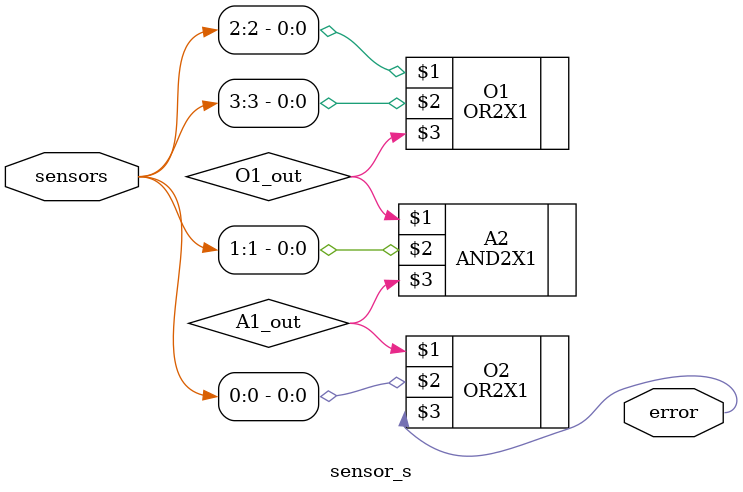
<source format=sv>

module sensor_s(
	input wire [3:0] sensors,
	output wire error
);

wire A1_out;
wire O1_out;

OR2X1  O1(sensors[2], sensors[3], O1_out);
AND2X1 A2(O1_out, sensors[1], A1_out);
OR2X1  O2(A1_out, sensors[0], error);

endmodule

</source>
